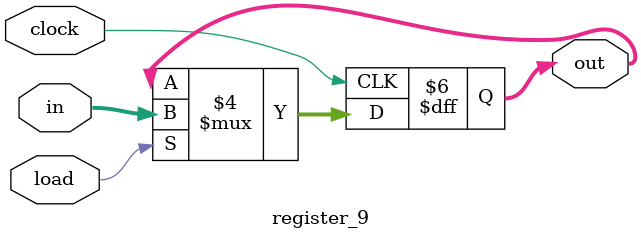
<source format=v>
module main_module(Go, N, answer, over, clock, reset);
  
  
 
	input clock;
	input reset;
  input [7:0] N;
  input Go;
  
  output [3:0] answer;
  output over;

	wire Go;
	wire [7:0] N;
	wire clock ;
 //  t = 0;  
   // clk = 1;
     // #20
      //while(t<2500)
      //begin
       // #2
        //clk = ~clk;
	wire reset;
  wire over;
  wire borrow;
  wire [2:0] func;
  wire [3:0] load;
  wire [3:0] transfer;

	
  

  
  controller c(over,load, transfer, func, borrow, Go, clock,reset);
  //now we call the datapath on transfer, load , func ,and borrow and answer
  
  datapath d(transfer, load, func, N, borrow, answer);

endmodule

module controller(over,load, transfer, func, borrow, Go, clock,reset);
  
  
  	output [3:0] load;
	output [3:0] transfer;	
	input borrow;
	
	input reset;
  input Go;
  
	input clock;
 // wire [2:0] func;
  //wire [3:0] load;
	wire  Go;
	wire [3:0] internal_load;
  	wire [3:0] transfer;
	wire [3:0] load;
  	reg[3:0] holdval;
  wire reset;
  wire clock;
 	
  
  reg[3:0] testval;
	output [2:0] func;
  reg[3:0] goval;
	wire [2:0] func;
	output over;
	wire over;

  and a1(load[0],internal_load[0],(~clock));
  and a2(load[1],internal_load[1],(~clock));
  //and g3(w2[i], w1[i], nx[i]);
  and a3(load[2],internal_load[2],(~clock));
//  state2: next_sshktate = state3;
//			is this correct? state3: next_state = state4;
  and a4(load[3],internal_load[3],(~clock));
  
	parameter SIZE = 4;
  //parameter state = 4'b0090
 // state5 = 4'b0110,  state8 = 4'b1001, state9 = 4'b1010, state6 = 4'b0111, state7 = 4'b1000,
	
  wire [3:0] state;
  wire [3:0] next_state;
  nextstate nxt(state,next_state,Go,borrow);
	
  register_new yo(state,next_state,clock,reset);
 	
	
  func_over funov(state,func,over);
  load_trans loatr(state,internal_load,transfer);

endmodule

// Code your design here
module nextstate(x,y,Go,borrow);
  input [3:0] x;
  output [3:0] y;
  input Go;
  input borrow;
  
  wire [4:0] nx;
  wire w1,w2,w3,w4,w5,w6,w7,w8,w9,w10,w11,w12,w13,w14,w15,w16,w17,w18,w19,w20,w21,w22,w23,w24;
  wire nGo;
  
  not nr1(nx[0],x[0]);
  not nr2(nx[1],x[1]);
  not nr3(nx[2],x[2]);
  not nr4(nx[3],x[3]);
  not nr5(nGo,Go);
  
  and ar1(w1,nx[0],x[1]); // x[1](~x[0])				//1 w1 
  and ar2(w2,x[3],x[1]); // x[3]x[1]					//2 w2 
  and ar3(w3,x[3],x[0]); // x[3]x[0]					//8 w3
  and ar4(w4,nx[1],nx[0]); //(~x[1])(~x[0])
  and ar5(w5,nx[1],x[0]); //(~x[1])x[0]
  and ar6(w6,x[3],x[2]); //x[3]x[2]
  and ar7(w7,nx[3],x[2]); //(~x[3])x[2]
  and ar8(w8,w4,nx[2]); //(~x[2])(~x[1])(~x[0])			//3 w8
  and ar9(w9,w4,nx[3]); //(~x[3])(~x[1])(~x[0])			//4 w9
  and ar10(w10,w5,x[2]); //x[2](~x[1])x[0]				//9 w10
  and ar11(w11,w7,nx[1]); //(~x[3])x[2](~x[1])			//11 w11
  and ar12(w12,x[1],x[0]); //x[1]x[0]
  and ar13(w13,nx[2],w12); //(~x[2])x[1]x[0]			//12 w13
  and ar14(w14,x[2],w1); // x[2]x[1](~x[0])				//13 w14
  and ar15(w15,nx[2],nx[1]); // (~x[2])(~x[1])
  and ar16(w16,nx[3],w15); // (~x[3])(~x[2])(~x[1])
  and ar17(w17,x[3],w15);  // x[3](~x[2])(~x[1])		//16 w17
  and ar18(w18,x[3],w1);  // x[3]x[1](~x[0])			//17 w18
  and ar19(w19,x[2],w12); //x[2]x[1]x[0]				//18 w19
  and ar20(w20,nGo,w4); //(~Go)(~x[1])(~x[0])			//5 w20
  and ar21(w21,nGo,w15); // (~Go)(~x[3])(~x[2])(~x[1])	//6 w21
  and ar22(w22,Go,w5); //Go(~x[1])x[0]					//10 w22
  and ar23(w23,Go,w6); //Gox[3]x[2]						//14 w23
  and ar24(w24,borrow,w7); //borrow(~x[3])x[2]			//15 w24
  or or1(y[0],w1,w2,w8,w9,w20,w21);
  or or2(y[1],w1,w3,w10,w22);
  or or3(y[2],w11,w13,w14,w23,w24);
  or or4(y[3],w17,w18,w19,w23);
  
endmodule
  
  module load_trans(x,load,trans);
input [3:0] x;
output [3:0] load;
output [3:0] trans;

	wire [4:0] nx;
  	wire w1,w2,w3,w4,w5,w6,w7,w8,w9,w10,w11,w12,w13,w14,w15;
  
  not nr1(nx[0],x[0]);
  not nr2(nx[1],x[1]);
  not nr3(nx[2],x[2]);
  not nr4(nx[3],x[3]);

  and ar1(load[0],nx[3],nx[2],x[1],nx[0]);
  and ar2(load[3],nx[3],nx[2],x[1],x[0]);
  and ar3(w1,nx[3],x[2],x[1],nx[0]);
  and ar4(w2,x[3],nx[2],nx[1],nx[0]);
  or or1(load[2],w1,w2);
  and ar5(w3,nx[3],x[2],nx[1]);
  and ar6(w4,x[3],x[0]);
  and ar7(w5,x[3],x[1]);
  or or2(load[1],w3,w4,w5);


  and ar8(trans[0],nx[3],nx[2],x[1],x[0]);
  and ar9(trans[3],nx[3],x[2],x[1],x[0]);
  and ar10(w6,x[3],nx[2],nx[1]);
  and ar12(w12,x[3],nx[2],x[1],nx[0]);
  or or3(trans[2],w6,w12);
  and ar11(w7,nx[3],x[2],x[0]);
  and ar13(w8,x[3],nx[2],x[1]);
  and ar14(w9,x[3],nx[2],nx[1],x[0]);
  or or4(trans[1],w7,w8,w9);

endmodule


module func_over(x,func,over);
input [3:0] x;
output [2:0] func;
output over;

	wire [4:0] nx;
  	wire w1,w2,w3,w4,w5,w6,w7,w8,w9,w10,w11,w12,w13,w14,w15;
  
  not nr1(nx[0],x[0]);
  not nr2(nx[1],x[1]);
  not nr3(nx[2],x[2]);
  not nr4(nx[3],x[3]);


  and ar1(w1,nx[1],x[0]); //(~x[1])x[0]
  and ar2(w2,w1,x[2],nx[3]); //x[2](~x[1])x[0]		//1
  and ar3(w3,nx[1],nx[0]); //(~x[1])(~x[0])
  and ar4(w4,w3,nx[2],x[3]); //(~x[2])(~x[1])(~x[0])		//2
  and ar5(w5,x[1],x[0]); //x[1]x[0]
  and ar6(w6,x[3],w5,nx[2]); //x[3]x[1]x[0]			//3
  and ar7(w7,x[2],w5,nx[3]); //x[2]x[1]x[0]			//4
  and ar8(w8,x[3],w1,nx[2]); //x[3](~x[1])x[0]		//5
  and ar9(w9,nx[0],x[1]); // x[1](~x[0])
  and ar10(w10,x[3],w9,nx[2]);  // x[3]x[1](~x[0])		//6
  and ar11(w11,nx[3],x[2]); //(~x[3])x[2]
  and ar12(w12,w11,nx[0]); //(~x[3])x[2](~x[0])		//7
  and ar13(w13,nx[2],nx[1]); // (~x[2])(~x[1])
  and ar14(w14,x[3],w13);  // x[3](~x[2])(~x[1])	//8
  and ar15(w15,x[3],w9,nx[2]);  // x[3]x[1](~x[0])		//9
  and ar16(over,x[3],x[2],nx[1],nx[0]);

  or or1(func[2],w2,w4,w6);
  or or2(func[1],w7,w8,w10);
  or or3(func[0],w12,w14,w15);

endmodule



//the controller module starts below this

 	

module register_new(state,next_state,clock,reset);
  input [3:0] next_state;
  output [3:0] state;
  input reset,clock;
  reg [3:0] state;
always@(posedge clock)
 	begin
 		if(reset==1'b1)          
 			state = 4'b0001;      
 		else
 			state = next_state;
 	end
endmodule

module status_det(x,y,Flag,func);
  input [8:0] x;
	input [8:0] y;
 //the three wires tha we will need
wire [8:0] w1;
wire [8:0] w2;
  wire[8:0] testwire2;

wire [8:0] w3;
  wire[8:0] testwire1;
  
   input func;
  output Flag;
  
  wire [9:0] borrow_w;
  wire [8:0] nx;
  
  integer i=0;
  assign borrow_w[0] = 1'b0;
  generate
 
    not g1(nx[0], x[0]);
    or g2(w1[0], borrow_w[0], y[0]);
    and g3(w2[0], w1[0], nx[0]);
    and g4(w3[0], y[0], borrow_w[0]);
    or g5(borrow_w[1], w2[0], w3[0]);
    //1;
    not g1(nx[1], x[1]);
    or g2(w1[1], borrow_w[1], y[1]);
    and g3(w2[1], w1[1], nx[1]);
    and g4(w3[1], y[i], borrow_w[1]);
    or g5(borrow_w[2], w2[1], w3[1]);
  //  2;
    not g1(nx[2], x[2]);
    or g2(w1[2], borrow_w[2], y[2]);
    and g3(w2[2], w1[2], nx[2]);
    and g4(w3[2], y[2], borrow_w[2]);
    or g5(borrow_w[3], w2[2], w3[2]);
   // 3;
    not g1(nx[3], x[3]);
    or g2(w1[3], borrow_w[3], y[3]);
    and g3(w2[3], w1[3], nx[3]);
    and g4(w3[3], y[3], borrow_w[3]);
    or g5(borrow_w[4], w2[3], w3[3]);
  //  4;
  not g1(nx[4], x[4]);
      or g2(w1[4], borrow_w[4], y[4]);
      and g3(w2[4], w1[4], nx[4]);
      and g4(w3[4], y[4], borrow_w[4]);
      or g5(borrow_w[5], w2[4], w3[4]);
  //  5;
    not g1(nx[5], x[5]);
      or g2(w1[5], borrow_w[5], y[5]);
      and g3(w2[5], w1[5], nx[5]);
      and g4(w3[5], y[5], borrow_w[5]);
      or g5(borrow_w[6], w2[5], w3[5]);
  //  6;
    not g1(nx[6], x[6]);
      or g2(w1[6], borrow_w[6], y[6]);
      and g3(w2[6], w1[6], nx[6]);
      and g4(w3[6], y[6], borrow_w[6]);
      or g5(borrow_w[7], w2[6], w3[6]);
  //  7;
    not g1(nx[7], x[7]);
      or g2(w1[7], borrow_w[7], y[7]);
      and g3(w2[7], w1[7], nx[7]);
      and g4(w3[7], y[7], borrow_w[7]);
      or g5(borrow_w[8], w2[7], w3[7]);
  //  8;
    not g1(nx[8], x[8]);
      or g2(w1[8], borrow_w[8], y[8]);
      and g3(w2[8], w1[8], nx[8]);
      and g4(w3[8], y[8], borrow_w[8]);
      or g5(borrow_w[9], w2[8], w3[8]);
    
  endgenerate
  and g(Flag,borrow_w[9],func);
endmodule

module adder(x,y,sum,cout,cin);
	output sum,cout;
	input x,y,cin;
	wire w1,w2,w3;
  and ar1(w1,x,cin);
	and ar2(w2,x,y);
	and ar3(w3,y,cin);
	or u5(cout,w1,w2,w3);
	xor x1(sum,x,y,cin);
endmodule

module adder_9(sum,x,y);
	input [8:0] x;
	input [8:0] y;
	output [8:0] sum;
	wire [9:0]c;
	assign c[0] = 0;
	generate
	genvar i;
		for(i=1;i<10;i=i+1) begin
          adder addresult(x[i-1],y[i-1],sum[i-1],c[i],c[i-1]);
		end
	endgenerate
endmodule



// mux 2to1
module mux2to1(a,b,sel,out);
	input a,b,sel;
	output out;
	tri out;
	bufif1 (out,a,sel);
	bufif0 (out,b,sel);
endmodule
 
//mux 4to1
module mux4to1(a,sel,out);
	input [3:0] a;
	input [1:0] sel;
	output out;
	wire mux[2:0];
 
	mux2to1 m1 (a[3],a[2],sel[0],mux[1]),
	        m2 (a[1],a[0],sel[0],mux[0]),
	        m3 (mux[1],mux[0],sel[1],out);
endmodule
 
module tristate_buffer_9(input_x, enable, output_x);
  input [8:0]input_x;
  input enable;
  output [8:0]output_x;
  
  generate
    genvar i;
    for(i=0;i<9;i=i+1)
      begin
        bufif1 b1(output_x[i], input_x[i], enable);
      end
  endgenerate
  
endmodule


//mux 8to1
module mux8to1(a,sel,out);
	input [7:0] a;
	input [2:0] sel;
	output out;
	wire mux[2:0];
 
 	mux4to1 m1 (a[7:4],sel[1:0],mux[1]),
	        m2 (a[3:0],sel[1:0],mux[0]);
	mux2to1 m3 (mux[1],mux[0],sel[2],out);
endmodule

module alu(x,y,z,borrow,func);
  input [8:0] x;
  output borrow;
  input [8:0] y;
  output [8:0] z;
  input [2:0] func;
  //the alu module 
  wire [8:0]z;
  reg[8:0] kkl;
  status_det check(y,x,borrow,(((~func[2])&&func[1])&&(~func[0])));  
  
   wire [8:0] xpy,ymx,xp1,yp1;
  adder_9 add1(xpy,y,x);
  adder_9 add2(xp1,1,x);
  adder_9 add3(yp1,1,y);
  //sub_9 sub1(ymx,x,y);
 
          //0
          mux8to1 m0({1'bx,1'bx,yp1[0],xp1[0],xpy[0],ymx[0],1'b0,x[0]},(func),z[0]);
          //1
          mux8to1 m1({1'bx,1'bx,yp1[1],xp1[1],xpy[1],ymx[1],1'b0,x[1]},(func),z[1]);
          //2
          mux8to1 m2({1'bx,1'bx,yp1[2],xp1[2],xpy[2],ymx[2],1'b0,x[2]},(func),z[2]);
          //3
          mux8to1 m3({1'bx,1'bx,yp1[3],xp1[3],xpy[3],ymx[3],1'b0,x[3]},(func),z[3]);
          //4
          mux8to1 m4({1'bx,1'bx,yp1[4],xp1[4],xpy[4],ymx[4],1'b0,x[4]},(func),z[4]);
          //5
          mux8to1 m5({1'bx,1'bx,yp1[5],xp1[5],xpy[5],ymx[5],1'b0,x[5]},(func),z[5]);
          //6
          mux8to1 m6({1'bx,1'bx,yp1[6],xp1[6],xpy[6],ymx[6],1'b0,x[6]},(func),z[6]);
          //7
          mux8to1 m7({1'bx,1'bx,yp1[7],xp1[7],xpy[7],ymx[7],1'b0,x[7]},(func),z[7]);
          //8
          mux8to1 m8({1'bx,1'bx,yp1[8],xp1[8],xpy[8],ymx[8],1'b0,x[8]},(func),z[8]);

 
endmodule



module datapath(transfer, load, func, inp, Flag, answer);
  
  input [7:0] inp;
  input [3:0] transfer;              
 
  output [3:0] answer;
  
   input [3:0] load;               
  input [2:0] func;
  output Flag;
  
  wire [8:0] bus_x;
wire [8:0] bus_z;
wire [8:0] bus_y;
  
  wire [7:0] reg_Sw;
 
  wire [8:0] reg_sum;
  
   wire [3:0] reg_k;          
  wire [7:0] reg_N;
  
  assign answer = reg_k;
  
 
  tristate_buffer_9 sw1({1'b0,reg_Sw},transfer[0],bus_x);
  register_8 Sw(inp, reg_Sw, 1, load[0]);

 
  tristate_buffer_9 sw2(reg_sum,transfer[1],bus_x);
  register_9 sum(bus_z, reg_sum, 1, load[1]);

 
 tristate_buffer_9 sw3({5'b00000,reg_k},transfer[2],bus_y);
  register_4 k(bus_z[3:0], reg_k, 1, load[2]);

 
 tristate_buffer_9 sw4({1'b0,reg_N},transfer[3],bus_y);
  register_8 N(bus_z[7:0], reg_N, 1, load[3]);
  //this is the call for the alu
  alu alu_1(bus_x, bus_y, bus_z, Flag, func);
endmodule


module register_8(in,out,load,clock);
  input [7:0] in;
  output [7:0] out;
  input load,clock;
  reg [7:0]out;
  always@(posedge clock)
  begin
    if (load==1)
    out=in;
  end
endmodule

module register_4(in,out,load,clock);
  input [3:0] in;
  output [3:0] out;
  input load,clock;
  reg [3:0]out;
  always@(posedge clock)
   begin
    if (load==1)
    out=in;
  end
endmodule

module register_9(in,out,load,clock);
  input [8:0] in;
  output [8:0] out;
  input load,clock;
  reg [8:0]out;
  always@(posedge clock)
  begin
    if (load==1)
    out=in;
  end
endmodule

</source>
